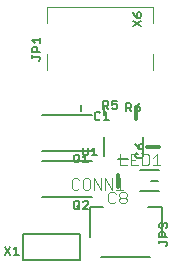
<source format=gbr>
G04 EAGLE Gerber RS-274X export*
G75*
%MOMM*%
%FSLAX34Y34*%
%LPD*%
%INSilkscreen Top*%
%IPPOS*%
%AMOC8*
5,1,8,0,0,1.08239X$1,22.5*%
G01*
%ADD10C,0.304800*%
%ADD11C,0.076200*%
%ADD12C,0.152400*%
%ADD13C,0.203200*%
%ADD14C,0.101600*%


D10*
X-4064Y56642D02*
X-4064Y66802D01*
D11*
X-7690Y52599D02*
X-6123Y51031D01*
X-7690Y52599D02*
X-10826Y52599D01*
X-12393Y51031D01*
X-12393Y44761D01*
X-10826Y43193D01*
X-7690Y43193D01*
X-6123Y44761D01*
X-3038Y51031D02*
X-1471Y52599D01*
X1665Y52599D01*
X3233Y51031D01*
X3233Y49464D01*
X1665Y47896D01*
X3233Y46328D01*
X3233Y44761D01*
X1665Y43193D01*
X-1471Y43193D01*
X-3038Y44761D01*
X-3038Y46328D01*
X-1471Y47896D01*
X-3038Y49464D01*
X-3038Y51031D01*
X-1471Y47896D02*
X1665Y47896D01*
D10*
X10795Y114681D02*
X10795Y124841D01*
D12*
X-19325Y119173D02*
X-20427Y120275D01*
X-22630Y120275D01*
X-23731Y119173D01*
X-23731Y114767D01*
X-22630Y113665D01*
X-20427Y113665D01*
X-19325Y114767D01*
X-16247Y118071D02*
X-14044Y120275D01*
X-14044Y113665D01*
X-16247Y113665D02*
X-11841Y113665D01*
D13*
X-26625Y48246D02*
X-68625Y48246D01*
X-68625Y78754D02*
X-26625Y78754D01*
D12*
X-41511Y43862D02*
X-41511Y39456D01*
X-41511Y43862D02*
X-40410Y44964D01*
X-38207Y44964D01*
X-37105Y43862D01*
X-37105Y39456D01*
X-38207Y38354D01*
X-40410Y38354D01*
X-41511Y39456D01*
X-39308Y40557D02*
X-37105Y38354D01*
X-34027Y38354D02*
X-29621Y38354D01*
X-34027Y38354D02*
X-29621Y42760D01*
X-29621Y43862D01*
X-30722Y44964D01*
X-32926Y44964D01*
X-34027Y43862D01*
D14*
X25015Y156050D02*
X25015Y169550D01*
X-64385Y169550D02*
X-64385Y156050D01*
X-64385Y209550D02*
X25015Y209550D01*
X25015Y196050D01*
X-64385Y196050D02*
X-64385Y209550D01*
D12*
X8571Y192844D02*
X15181Y197250D01*
X15181Y192844D02*
X8571Y197250D01*
X9673Y202531D02*
X8571Y204734D01*
X9673Y202531D02*
X11876Y200328D01*
X14079Y200328D01*
X15181Y201429D01*
X15181Y203633D01*
X14079Y204734D01*
X12978Y204734D01*
X11876Y203633D01*
X11876Y200328D01*
D13*
X-35560Y125984D02*
X-35560Y120904D01*
D12*
X-17018Y122936D02*
X-17018Y129546D01*
X-13713Y129546D01*
X-12612Y128444D01*
X-12612Y126241D01*
X-13713Y125139D01*
X-17018Y125139D01*
X-14815Y125139D02*
X-12612Y122936D01*
X-9534Y129546D02*
X-5127Y129546D01*
X-9534Y129546D02*
X-9534Y126241D01*
X-7331Y127342D01*
X-6229Y127342D01*
X-5127Y126241D01*
X-5127Y124038D01*
X-6229Y122936D01*
X-8432Y122936D01*
X-9534Y124038D01*
D13*
X-15875Y124206D02*
X-15875Y119126D01*
D12*
X2667Y121158D02*
X2667Y127768D01*
X5972Y127768D01*
X7073Y126666D01*
X7073Y124463D01*
X5972Y123361D01*
X2667Y123361D01*
X4870Y123361D02*
X7073Y121158D01*
X12354Y126666D02*
X14558Y127768D01*
X12354Y126666D02*
X10151Y124463D01*
X10151Y122260D01*
X11253Y121158D01*
X13456Y121158D01*
X14558Y122260D01*
X14558Y123361D01*
X13456Y124463D01*
X10151Y124463D01*
X-70231Y164958D02*
X-71333Y163857D01*
X-70231Y164958D02*
X-70231Y166060D01*
X-71333Y167161D01*
X-76841Y167161D01*
X-76841Y166060D02*
X-76841Y168263D01*
X-76841Y171341D02*
X-70231Y171341D01*
X-76841Y171341D02*
X-76841Y174646D01*
X-75739Y175747D01*
X-73536Y175747D01*
X-72434Y174646D01*
X-72434Y171341D01*
X-74637Y178825D02*
X-76841Y181028D01*
X-70231Y181028D01*
X-70231Y178825D02*
X-70231Y183231D01*
X-27841Y40301D02*
X-27841Y14301D01*
X-27841Y40301D02*
X-16841Y40301D01*
X21159Y40301D02*
X33159Y40301D01*
X33159Y14301D01*
X23159Y-2699D02*
X-18841Y-2699D01*
D11*
X-37189Y62520D02*
X-38757Y64088D01*
X-41892Y64088D01*
X-43460Y62520D01*
X-43460Y56250D01*
X-41892Y54682D01*
X-38757Y54682D01*
X-37189Y56250D01*
X-32537Y64088D02*
X-29402Y64088D01*
X-32537Y64088D02*
X-34105Y62520D01*
X-34105Y56250D01*
X-32537Y54682D01*
X-29402Y54682D01*
X-27834Y56250D01*
X-27834Y62520D01*
X-29402Y64088D01*
X-24750Y64088D02*
X-24750Y54682D01*
X-18479Y54682D02*
X-24750Y64088D01*
X-18479Y64088D02*
X-18479Y54682D01*
X-15394Y54682D02*
X-15394Y64088D01*
X-9124Y54682D01*
X-9124Y64088D01*
X-6039Y60953D02*
X-2904Y64088D01*
X-2904Y54682D01*
X-6039Y54682D02*
X231Y54682D01*
D13*
X16500Y83059D02*
X16500Y99059D01*
X-16500Y99059D02*
X-16500Y83059D01*
X-4000Y80559D02*
X4000Y80559D01*
D12*
X-33986Y84795D02*
X-33986Y90303D01*
X-33986Y84795D02*
X-32885Y83693D01*
X-30682Y83693D01*
X-29580Y84795D01*
X-29580Y90303D01*
X-26502Y88099D02*
X-24299Y90303D01*
X-24299Y83693D01*
X-26502Y83693D02*
X-22096Y83693D01*
X14352Y71357D02*
X30352Y71357D01*
X29352Y62357D02*
X23852Y62357D01*
X30352Y53357D02*
X14352Y53357D01*
D11*
X-2667Y75438D02*
X-2667Y84844D01*
X-2667Y75438D02*
X3604Y75438D01*
X6688Y84844D02*
X12959Y84844D01*
X6688Y84844D02*
X6688Y75438D01*
X12959Y75438D01*
X9824Y80141D02*
X6688Y80141D01*
X16043Y84844D02*
X16043Y75438D01*
X20746Y75438D01*
X22314Y77006D01*
X22314Y83276D01*
X20746Y84844D01*
X16043Y84844D01*
X25399Y81709D02*
X28534Y84844D01*
X28534Y75438D01*
X25399Y75438D02*
X31669Y75438D01*
D12*
X37465Y8087D02*
X36363Y6985D01*
X37465Y8087D02*
X37465Y9188D01*
X36363Y10290D01*
X30855Y10290D01*
X30855Y11391D02*
X30855Y9188D01*
X30855Y14469D02*
X37465Y14469D01*
X30855Y14469D02*
X30855Y17774D01*
X31957Y18876D01*
X34160Y18876D01*
X35262Y17774D01*
X35262Y14469D01*
X31957Y21953D02*
X30855Y23055D01*
X30855Y25258D01*
X31957Y26360D01*
X33059Y26360D01*
X34160Y25258D01*
X34160Y24157D01*
X34160Y25258D02*
X35262Y26360D01*
X36363Y26360D01*
X37465Y25258D01*
X37465Y23055D01*
X36363Y21953D01*
D10*
X30734Y90424D02*
X20574Y90424D01*
D12*
X11445Y86067D02*
X10343Y84966D01*
X10343Y82763D01*
X11445Y81661D01*
X15851Y81661D01*
X16953Y82763D01*
X16953Y84966D01*
X15851Y86067D01*
X11445Y91348D02*
X10343Y93552D01*
X11445Y91348D02*
X13648Y89145D01*
X15851Y89145D01*
X16953Y90247D01*
X16953Y92450D01*
X15851Y93552D01*
X14750Y93552D01*
X13648Y92450D01*
X13648Y89145D01*
D13*
X-36325Y-5285D02*
X-84325Y-5285D01*
X-84325Y16715D01*
X-36325Y16715D01*
X-36325Y-5285D01*
D12*
X-95525Y-381D02*
X-99931Y6229D01*
X-95525Y6229D02*
X-99931Y-381D01*
X-92447Y4025D02*
X-90244Y6229D01*
X-90244Y-381D01*
X-92447Y-381D02*
X-88041Y-381D01*
D13*
X-68625Y87616D02*
X-26625Y87616D01*
X-26625Y118124D02*
X-68625Y118124D01*
D12*
X-41511Y83232D02*
X-41511Y78826D01*
X-41511Y83232D02*
X-40410Y84334D01*
X-38207Y84334D01*
X-37105Y83232D01*
X-37105Y78826D01*
X-38207Y77724D01*
X-40410Y77724D01*
X-41511Y78826D01*
X-39308Y79927D02*
X-37105Y77724D01*
X-34027Y82130D02*
X-31824Y84334D01*
X-31824Y77724D01*
X-34027Y77724D02*
X-29621Y77724D01*
M02*

</source>
